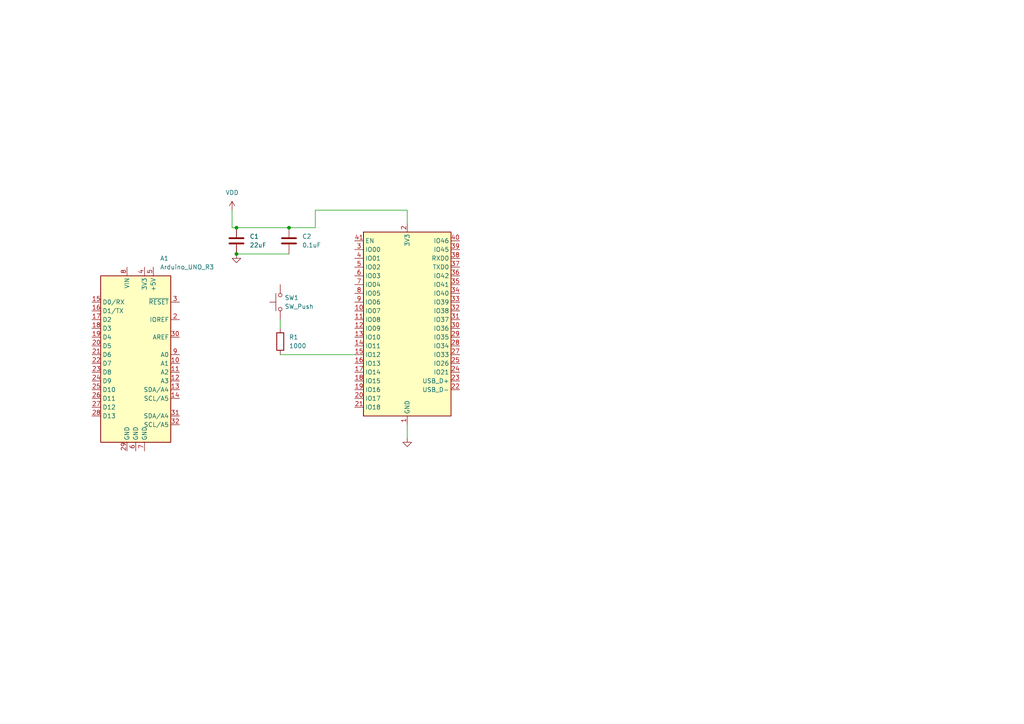
<source format=kicad_sch>
(kicad_sch (version 20230121) (generator eeschema)
  (paper "A4")
  (lib_symbols
    (symbol "Device:C" (pin_numbers hide) (pin_names (offset 0.254))
      (property "Reference" "C" (at 0.635 2.54 0))
      (property "Value" "C" (at 0.635 -2.54 0))
      (symbol "C_0_1"
        (polyline (pts (xy -2.032 -0.762) (xy 2.032 -0.762)) (stroke (width 0.508)))
        (polyline (pts (xy -2.032 0.762) (xy 2.032 0.762)) (stroke (width 0.508)))
      )
      (symbol "C_1_1"
        (pin passive line (at 0 3.81 270) (length 2.794) (name "~") (number "1"))
        (pin passive line (at 0 -3.81 90) (length 2.794) (name "~") (number "2"))
      )
    )
    (symbol "Device:R" (pin_numbers hide) (pin_names (offset 0))
      (property "Reference" "R" (at 2.032 0 90))
      (property "Value" "R" (at 0 0 90))
      (symbol "R_0_1"
        (rectangle (start -1.016 -2.54) (end 1.016 2.54) (stroke (width 0.254)))
      )
      (symbol "R_1_1"
        (pin passive line (at 0 3.81 270) (length 1.27) (name "~") (number "1"))
        (pin passive line (at 0 -3.81 90) (length 1.27) (name "~") (number "2"))
      )
    )
    (symbol "MCU_Module:Arduino_UNO_R3"
      (property "Reference" "A" (at -10.16 23.495 0))
      (property "Value" "Arduino_UNO_R3" (at 5.08 -26.67 0))
      (symbol "Arduino_UNO_R3_0_1"
        (rectangle (start -10.16 22.86) (end 10.16 -25.4) (stroke (width 0.254)) (fill (type background)))
      )
      (symbol "Arduino_UNO_R3_1_1"
        (pin no_connect line (at -10.16 -20.32 0) (length 2.54) hide (name "NC") (number "1"))
        (pin bidirectional line (at 12.7 -2.54 180) (length 2.54) (name "A1") (number "10"))
        (pin bidirectional line (at 12.7 -5.08 180) (length 2.54) (name "A2") (number "11"))
        (pin bidirectional line (at 12.7 -7.62 180) (length 2.54) (name "A3") (number "12"))
        (pin bidirectional line (at 12.7 -10.16 180) (length 2.54) (name "SDA/A4") (number "13"))
        (pin bidirectional line (at 12.7 -12.7 180) (length 2.54) (name "SCL/A5") (number "14"))
        (pin bidirectional line (at -12.7 15.24 0) (length 2.54) (name "D0/RX") (number "15"))
        (pin bidirectional line (at -12.7 12.7 0) (length 2.54) (name "D1/TX") (number "16"))
        (pin bidirectional line (at -12.7 10.16 0) (length 2.54) (name "D2") (number "17"))
        (pin bidirectional line (at -12.7 7.62 0) (length 2.54) (name "D3") (number "18"))
        (pin bidirectional line (at -12.7 5.08 0) (length 2.54) (name "D4") (number "19"))
        (pin output line (at 12.7 10.16 180) (length 2.54) (name "IOREF") (number "2"))
        (pin bidirectional line (at -12.7 2.54 0) (length 2.54) (name "D5") (number "20"))
        (pin bidirectional line (at -12.7 0 0) (length 2.54) (name "D6") (number "21"))
        (pin bidirectional line (at -12.7 -2.54 0) (length 2.54) (name "D7") (number "22"))
        (pin bidirectional line (at -12.7 -5.08 0) (length 2.54) (name "D8") (number "23"))
        (pin bidirectional line (at -12.7 -7.62 0) (length 2.54) (name "D9") (number "24"))
        (pin bidirectional line (at -12.7 -10.16 0) (length 2.54) (name "D10") (number "25"))
        (pin bidirectional line (at -12.7 -12.7 0) (length 2.54) (name "D11") (number "26"))
        (pin bidirectional line (at -12.7 -15.24 0) (length 2.54) (name "D12") (number "27"))
        (pin bidirectional line (at -12.7 -17.78 0) (length 2.54) (name "D13") (number "28"))
        (pin power_in line (at -2.54 -27.94 90) (length 2.54) (name "GND") (number "29"))
        (pin input line (at 12.7 15.24 180) (length 2.54) (name "~{RESET}") (number "3"))
        (pin input line (at 12.7 5.08 180) (length 2.54) (name "AREF") (number "30"))
        (pin bidirectional line (at 12.7 -17.78 180) (length 2.54) (name "SDA/A4") (number "31"))
        (pin bidirectional line (at 12.7 -20.32 180) (length 2.54) (name "SCL/A5") (number "32"))
        (pin power_out line (at 2.54 25.4 270) (length 2.54) (name "3V3") (number "4"))
        (pin power_out line (at 5.08 25.4 270) (length 2.54) (name "+5V") (number "5"))
        (pin power_in line (at 0 -27.94 90) (length 2.54) (name "GND") (number "6"))
        (pin power_in line (at 2.54 -27.94 90) (length 2.54) (name "GND") (number "7"))
        (pin power_in line (at -2.54 25.4 270) (length 2.54) (name "VIN") (number "8"))
        (pin bidirectional line (at 12.7 0 180) (length 2.54) (name "A0") (number "9"))
      )
    )
    (symbol "RF_Module:ESP32-S2-WROVER"
      (property "Reference" "U" (at -12.7 29.21 0))
      (property "Value" "ESP32-S2-WROVER" (at 2.54 29.21 0))
      (symbol "ESP32-S2-WROVER_0_1"
        (rectangle (start -12.7 27.94) (end 12.7 -25.4) (stroke (width 0.254)) (fill (type background)))
      )
      (symbol "ESP32-S2-WROVER_1_1"
        (pin power_in line (at 0 -27.94 90) (length 2.54) (name "GND") (number "1"))
        (pin bidirectional line (at -15.24 5.08 0) (length 2.54) (name "IO07") (number "10"))
        (pin bidirectional line (at -15.24 2.54 0) (length 2.54) (name "IO08") (number "11"))
        (pin bidirectional line (at -15.24 0 0) (length 2.54) (name "IO09") (number "12"))
        (pin bidirectional line (at -15.24 -2.54 0) (length 2.54) (name "IO10") (number "13"))
        (pin bidirectional line (at -15.24 -5.08 0) (length 2.54) (name "IO11") (number "14"))
        (pin bidirectional line (at -15.24 -7.62 0) (length 2.54) (name "IO12") (number "15"))
        (pin bidirectional line (at -15.24 -10.16 0) (length 2.54) (name "IO13") (number "16"))
        (pin bidirectional line (at -15.24 -12.7 0) (length 2.54) (name "IO14") (number "17"))
        (pin bidirectional line (at -15.24 -15.24 0) (length 2.54) (name "IO15") (number "18"))
        (pin bidirectional line (at -15.24 -17.78 0) (length 2.54) (name "IO16") (number "19"))
        (pin power_in line (at 0 30.48 270) (length 2.54) (name "3V3") (number "2"))
        (pin bidirectional line (at -15.24 -20.32 0) (length 2.54) (name "IO17") (number "20"))
        (pin bidirectional line (at -15.24 -22.86 0) (length 2.54) (name "IO18") (number "21"))
        (pin bidirectional line (at 15.24 -17.78 180) (length 2.54) (name "USB_D-") (number "22"))
        (pin bidirectional line (at 15.24 -15.24 180) (length 2.54) (name "USB_D+") (number "23"))
        (pin bidirectional line (at 15.24 -12.7 180) (length 2.54) (name "IO21") (number "24"))
        (pin bidirectional line (at 15.24 -10.16 180) (length 2.54) (name "IO26") (number "25"))
        (pin passive line (at 0 -27.94 90) (length 2.54) hide (name "GND") (number "26"))
        (pin bidirectional line (at 15.24 -7.62 180) (length 2.54) (name "IO33") (number "27"))
        (pin bidirectional line (at 15.24 -5.08 180) (length 2.54) (name "IO34") (number "28"))
        (pin bidirectional line (at 15.24 -2.54 180) (length 2.54) (name "IO35") (number "29"))
        (pin bidirectional line (at -15.24 22.86 0) (length 2.54) (name "IO00") (number "3"))
        (pin bidirectional line (at 15.24 0 180) (length 2.54) (name "IO36") (number "30"))
        (pin bidirectional line (at 15.24 2.54 180) (length 2.54) (name "IO37") (number "31"))
        (pin bidirectional line (at 15.24 5.08 180) (length 2.54) (name "IO38") (number "32"))
        (pin bidirectional line (at 15.24 7.62 180) (length 2.54) (name "IO39") (number "33"))
        (pin bidirectional line (at 15.24 10.16 180) (length 2.54) (name "IO40") (number "34"))
        (pin bidirectional line (at 15.24 12.7 180) (length 2.54) (name "IO41") (number "35"))
        (pin bidirectional line (at 15.24 15.24 180) (length 2.54) (name "IO42") (number "36"))
        (pin bidirectional line (at 15.24 17.78 180) (length 2.54) (name "TXD0") (number "37"))
        (pin bidirectional line (at 15.24 20.32 180) (length 2.54) (name "RXD0") (number "38"))
        (pin bidirectional line (at 15.24 22.86 180) (length 2.54) (name "IO45") (number "39"))
        (pin bidirectional line (at -15.24 20.32 0) (length 2.54) (name "IO01") (number "4"))
        (pin input line (at 15.24 25.4 180) (length 2.54) (name "IO46") (number "40"))
        (pin input line (at -15.24 25.4 0) (length 2.54) (name "EN") (number "41"))
        (pin passive line (at 0 -27.94 90) (length 2.54) hide (name "GND") (number "42"))
        (pin passive line (at 0 -27.94 90) (length 2.54) hide (name "GND") (number "43"))
        (pin bidirectional line (at -15.24 17.78 0) (length 2.54) (name "IO02") (number "5"))
        (pin bidirectional line (at -15.24 15.24 0) (length 2.54) (name "IO03") (number "6"))
        (pin bidirectional line (at -15.24 12.7 0) (length 2.54) (name "IO04") (number "7"))
        (pin bidirectional line (at -15.24 10.16 0) (length 2.54) (name "IO05") (number "8"))
        (pin bidirectional line (at -15.24 7.62 0) (length 2.54) (name "IO06") (number "9"))
      )
    )
    (symbol "Switch:SW_Push" (pin_numbers hide) (pin_names (offset 1.016) hide)
      (property "Reference" "SW" (at 1.27 2.54 0))
      (property "Value" "SW_Push" (at 0 -1.524 0))
      (symbol "SW_Push_0_1"
        (circle (center -2.032 0) (radius 0.508))
        (polyline (pts (xy 0 1.27) (xy 0 3.048)))
        (polyline (pts (xy 2.54 1.27) (xy -2.54 1.27)))
        (circle (center 2.032 0) (radius 0.508))
        (pin passive line (at -5.08 0 0) (length 2.54) (name "1") (number "1"))
        (pin passive line (at 5.08 0 180) (length 2.54) (name "2") (number "2"))
      )
    )
    (symbol "power:GND" (power) (pin_names (offset 0))
      (property "Value" "GND" (at 0 -3.81 0))
      (symbol "GND_0_1"
        (polyline (pts (xy 0 0) (xy 0 -1.27) (xy 1.27 -1.27) (xy 0 -2.54) (xy -1.27 -1.27) (xy 0 -1.27)))
      )
      (symbol "GND_1_1"
        (pin power_in line (at 0 0 270) (length 0) hide (name "GND") (number "1"))
      )
    )
    (symbol "power:VDD" (power) (pin_names (offset 0))
      (property "Value" "VDD" (at 0 3.81 0))
      (symbol "VDD_0_1"
        (polyline (pts (xy -0.762 1.27) (xy 0 2.54)))
        (polyline (pts (xy 0 0) (xy 0 2.54)))
        (polyline (pts (xy 0 2.54) (xy 0.762 1.27)))
      )
      (symbol "VDD_1_1"
        (pin power_in line (at 0 0 90) (length 0) hide (name "VDD") (number "1"))
      )
    )
  )
  (junction (at 68.58 66.04))
  (junction (at 83.82 66.04))
  (junction (at 68.58 73.66))
  (wire (pts (xy 118.11 60.96) (xy 118.11 64.77)))
  (wire (pts (xy 67.31 66.04) (xy 68.58 66.04)))
  (wire (pts (xy 83.82 66.04) (xy 91.44 66.04)))
  (wire (pts (xy 68.58 73.66) (xy 83.82 73.66)))
  (wire (pts (xy 81.28 102.87) (xy 102.87 102.87)))
  (wire (pts (xy 68.58 66.04) (xy 83.82 66.04)))
  (wire (pts (xy 91.44 66.04) (xy 91.44 60.96)))
  (wire (pts (xy 67.31 60.96) (xy 67.31 66.04)))
  (wire (pts (xy 118.11 123.19) (xy 118.11 127)))
  (wire (pts (xy 91.44 60.96) (xy 118.11 60.96)))
  (wire (pts (xy 81.28 92.71) (xy 81.28 95.25)))
  (symbol (lib_id "power:GND") (at 118.11 127 0) (unit 1)
    (property "Reference" "#PWR01" (effects hide))
    (property "Value" "GND" (effects hide))
  )
  (symbol (lib_id "Device:R") (at 81.28 99.06 0) (unit 1)
    (property "Reference" "R1" (at 83.82 97.79 0) (effects (justify left)))
    (property "Value" "1000" (at 83.82 100.33 0) (effects (justify left)))
    (property "Footprint" "Capacitor_SMD:C_0402_1005Metric" (effects hide))
  )
  (symbol (lib_id "power:VDD") (at 67.31 60.96 0) (unit 1)
    (property "Reference" "#PWR02" (effects hide))
    (property "Value" "VDD" (at 67.31 55.88 0))
  )
  (symbol (lib_id "Device:C") (at 68.58 69.85 0) (unit 1)
    (property "Reference" "C1" (at 72.39 68.58 0) (effects (justify left)))
    (property "Value" "22uF" (at 72.39 71.12 0) (effects (justify left)))
    (property "Footprint" "Capacitor_SMD:C_0603_1608Metric" (effects hide))
  )
  (symbol (lib_id "Switch:SW_Push") (at 81.28 87.63 90) (unit 1)
    (property "Reference" "SW1" (at 82.55 86.36 90) (effects (justify right)))
    (property "Value" "SW_Push" (at 82.55 88.9 90) (effects (justify right)))
  )
  (symbol (lib_id "power:GND") (at 68.58 73.66 0) (unit 1)
    (property "Reference" "#PWR03" (effects hide))
    (property "Value" "GND" (effects hide))
  )
  (symbol (lib_id "MCU_Module:Arduino_UNO_R3") (at 39.37 102.87 0) (unit 1)
    (property "Reference" "A1" (at 46.4059 74.93 0) (effects (justify left)))
    (property "Value" "Arduino_UNO_R3" (at 46.4059 77.47 0) (effects (justify left)))
    (property "Footprint" "Module:Arduino_UNO_R3" (effects hide))
    (property "Datasheet" "https://www.arduino.cc/en/Main/arduinoBoardUno" (effects hide))
  )
  (symbol (lib_id "Device:C") (at 83.82 69.85 0) (unit 1)
    (property "Reference" "C2" (at 87.63 68.58 0) (effects (justify left)))
    (property "Value" "0.1uF" (at 87.63 71.12 0) (effects (justify left)))
    (property "Footprint" "Capacitor_SMD:C_0402_1005Metric" (effects hide))
  )
  (symbol (lib_id "RF_Module:ESP32-S2-WROVER") (at 118.11 95.25 0) (unit 1)
    (property "Reference" "U1" (effects hide))
    (property "Value" "ESP32-S2-WROVER" (effects hide))
    (property "Footprint" "RF_Module:ESP32-S2-WROVER" (effects hide))
    (property "Datasheet" "https://www.espressif.com/sites/default/files/documentation/esp32-s2-wroom_esp32-s2-wroom-i_datasheet_en.pdf" (effects hide))
  )
)
</source>
